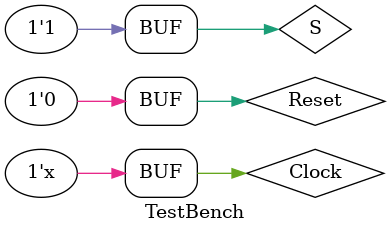
<source format=v>
`timescale 1ns / 1ps

module TestBench;

	// Inputs
	reg Clock;
	reg Reset;
	reg W,E,N,S;
	//wire [10:0] Col;
	//wire [10:0] Row;
	// Outputs
	//wire [7:0] oLed;
	//reg wUartTx,wUartRx;
	//wire [3:0] oVgaRed,oVgaGreen,oVgaBlue;
	wire oVgaVsync;
	wire oVgaHsync;
	//wire On;
	wire [3:0] R,G,B;
	// Instantiate the Unit Under Test (UUT)
Main Test
(
	.Clock(Clock), // 32 MHz frequency clock from papilio board.
	.Reset(Reset),	
	.iWest(W),
	.iEast(E),
	.iNorth(N),
	.iSouth(S),
	.oVgaVsync(oVgaVsync),
	.oVgaHsync(oVgaHsync),
	.oRed(R),
	.oGreen(G),
	.oBlue(B)
);

/*VgaController  Puta(
	.Clock(Clock),
	.Reset(Reset),
	.oVideoOn(On),
	.oColCurrent(Col),
	.oRowCurrent(Row),
	.oVgaVsync(oVgaVsync),
	.oVgaHsync(oVgaHsync)
);*/



	always
	begin
		//#(31.25/2)  Clock =  ! Clock;	//32Mhz
		#5  Clock =  ! Clock;	//32Mhz

	end

	initial begin
		// Initialize Inputs
		Clock = 0;
		Reset = 0;

		// Wait 100 ns for global reset to finish
		#20;
		Reset = 1;
		//wUartRx = 0;
		#200
		
		Reset = 0;
		#50
		S=1;
		
		/*#10000
		E=0;
		N=1;*/
	/*	#50
		#50
		#50
		#50
		#50
		#50
		wUartRx = 1;
		#50
		wUartRx = 0 ;
		#50
		wUartRx = 1;*/
        
		// Add stimulus here

	end
      
endmodule


</source>
